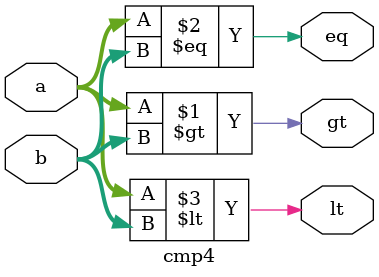
<source format=v>
module cmp4(
    input [3:0]a,b,
    output gt,
    output eq,
    output lt
);
assign gt = a > b;
assign eq = a ==b;
assign lt =a < b;
endmodule
</source>
